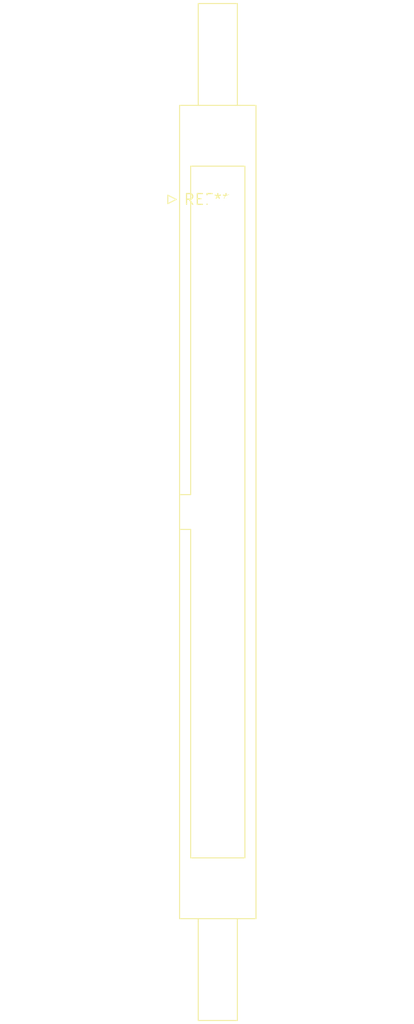
<source format=kicad_pcb>
(kicad_pcb (version 20240108) (generator pcbnew)
  (layers (0 "F.Cu" signal) (31 "B.Cu" signal) (34 "B.Paste" user) (35 "F.Paste" user) (36 "B.SilkS" user "B.Silkscreen") (37 "F.SilkS" user "F.Silkscreen") (38 "B.Mask" user) (39 "F.Mask" user) (44 "Edge.Cuts" user))
  (net 0 "")
  (footprint "IDC-Header_2x30_P2.54mm_Latch12.0mm_Vertical" (layer "F.Cu") (at 0 0)
    (property "Reference" "REF**")
    (property "Value" "IDC-Header_2x30_P2.54mm_Latch12.0mm_Vertical")
    (fp_line (start -4.63 -0.5) (end -4.63 0.5) (layer "F.SilkS") (stroke (width 0.12)))
    (fp_line (start -4.63 0.5) (end -3.63 0) (layer "F.SilkS") (stroke (width 0.12)))
    (fp_line (start -3.63 0) (end -4.63 -0.5) (layer "F.SilkS") (stroke (width 0.12)))
    (fp_line (start -3.24 -11.08) (end 5.78 -11.08) (layer "F.SilkS") (stroke (width 0.12)))
    (fp_line (start -3.24 34.78) (end -1.93 34.78) (layer "F.SilkS") (stroke (width 0.12)))
    (fp_line (start -3.24 84.74) (end -3.24 -11.08) (layer "F.SilkS") (stroke (width 0.12)))
    (fp_line (start -1.93 -3.92) (end 4.47 -3.92) (layer "F.SilkS") (stroke (width 0.12)))
    (fp_line (start -1.93 34.78) (end -1.93 -3.92) (layer "F.SilkS") (stroke (width 0.12)))
    (fp_line (start -1.93 38.88) (end -3.24 38.88) (layer "F.SilkS") (stroke (width 0.12)))
    (fp_line (start -1.93 38.88) (end -1.93 38.88) (layer "F.SilkS") (stroke (width 0.12)))
    (fp_line (start -1.93 77.58) (end -1.93 38.88) (layer "F.SilkS") (stroke (width 0.12)))
    (fp_line (start -1.04 -23.08) (end 3.58 -23.08) (layer "F.SilkS") (stroke (width 0.12)))
    (fp_line (start -1.04 -11.08) (end -1.04 -23.08) (layer "F.SilkS") (stroke (width 0.12)))
    (fp_line (start -1.04 84.74) (end -1.04 96.74) (layer "F.SilkS") (stroke (width 0.12)))
    (fp_line (start -1.04 96.74) (end 3.58 96.74) (layer "F.SilkS") (stroke (width 0.12)))
    (fp_line (start 3.58 -23.08) (end 3.58 -11.08) (layer "F.SilkS") (stroke (width 0.12)))
    (fp_line (start 3.58 96.74) (end 3.58 84.74) (layer "F.SilkS") (stroke (width 0.12)))
    (fp_line (start 4.47 -3.92) (end 4.47 77.58) (layer "F.SilkS") (stroke (width 0.12)))
    (fp_line (start 4.47 77.58) (end -1.93 77.58) (layer "F.SilkS") (stroke (width 0.12)))
    (fp_line (start 5.78 -11.08) (end 5.78 84.74) (layer "F.SilkS") (stroke (width 0.12)))
    (fp_line (start 5.78 84.74) (end -3.24 84.74) (layer "F.SilkS") (stroke (width 0.12)))
    (pad "1" thru_hole roundrect (at 0 0) (size 1.7 1.7) (drill 1) (layers *.Cu *.Mask) (remove_unused_layers) (roundrect_rratio 0.147059))
    (pad "2" thru_hole circle (at 2.54 0) (size 1.7 1.7) (drill 1) (layers *.Cu *.Mask) (remove_unused_layers))
    (pad "3" thru_hole circle (at 0 2.54) (size 1.7 1.7) (drill 1) (layers *.Cu *.Mask) (remove_unused_layers))
    (pad "4" thru_hole circle (at 2.54 2.54) (size 1.7 1.7) (drill 1) (layers *.Cu *.Mask) (remove_unused_layers))
    (pad "5" thru_hole circle (at 0 5.08) (size 1.7 1.7) (drill 1) (layers *.Cu *.Mask) (remove_unused_layers))
    (pad "6" thru_hole circle (at 2.54 5.08) (size 1.7 1.7) (drill 1) (layers *.Cu *.Mask) (remove_unused_layers))
    (pad "7" thru_hole circle (at 0 7.62) (size 1.7 1.7) (drill 1) (layers *.Cu *.Mask) (remove_unused_layers))
    (pad "8" thru_hole circle (at 2.54 7.62) (size 1.7 1.7) (drill 1) (layers *.Cu *.Mask) (remove_unused_layers))
    (pad "9" thru_hole circle (at 0 10.16) (size 1.7 1.7) (drill 1) (layers *.Cu *.Mask) (remove_unused_layers))
    (pad "10" thru_hole circle (at 2.54 10.16) (size 1.7 1.7) (drill 1) (layers *.Cu *.Mask) (remove_unused_layers))
    (pad "11" thru_hole circle (at 0 12.7) (size 1.7 1.7) (drill 1) (layers *.Cu *.Mask) (remove_unused_layers))
    (pad "12" thru_hole circle (at 2.54 12.7) (size 1.7 1.7) (drill 1) (layers *.Cu *.Mask) (remove_unused_layers))
    (pad "13" thru_hole circle (at 0 15.24) (size 1.7 1.7) (drill 1) (layers *.Cu *.Mask) (remove_unused_layers))
    (pad "14" thru_hole circle (at 2.54 15.24) (size 1.7 1.7) (drill 1) (layers *.Cu *.Mask) (remove_unused_layers))
    (pad "15" thru_hole circle (at 0 17.78) (size 1.7 1.7) (drill 1) (layers *.Cu *.Mask) (remove_unused_layers))
    (pad "16" thru_hole circle (at 2.54 17.78) (size 1.7 1.7) (drill 1) (layers *.Cu *.Mask) (remove_unused_layers))
    (pad "17" thru_hole circle (at 0 20.32) (size 1.7 1.7) (drill 1) (layers *.Cu *.Mask) (remove_unused_layers))
    (pad "18" thru_hole circle (at 2.54 20.32) (size 1.7 1.7) (drill 1) (layers *.Cu *.Mask) (remove_unused_layers))
    (pad "19" thru_hole circle (at 0 22.86) (size 1.7 1.7) (drill 1) (layers *.Cu *.Mask) (remove_unused_layers))
    (pad "20" thru_hole circle (at 2.54 22.86) (size 1.7 1.7) (drill 1) (layers *.Cu *.Mask) (remove_unused_layers))
    (pad "21" thru_hole circle (at 0 25.4) (size 1.7 1.7) (drill 1) (layers *.Cu *.Mask) (remove_unused_layers))
    (pad "22" thru_hole circle (at 2.54 25.4) (size 1.7 1.7) (drill 1) (layers *.Cu *.Mask) (remove_unused_layers))
    (pad "23" thru_hole circle (at 0 27.94) (size 1.7 1.7) (drill 1) (layers *.Cu *.Mask) (remove_unused_layers))
    (pad "24" thru_hole circle (at 2.54 27.94) (size 1.7 1.7) (drill 1) (layers *.Cu *.Mask) (remove_unused_layers))
    (pad "25" thru_hole circle (at 0 30.48) (size 1.7 1.7) (drill 1) (layers *.Cu *.Mask) (remove_unused_layers))
    (pad "26" thru_hole circle (at 2.54 30.48) (size 1.7 1.7) (drill 1) (layers *.Cu *.Mask) (remove_unused_layers))
    (pad "27" thru_hole circle (at 0 33.02) (size 1.7 1.7) (drill 1) (layers *.Cu *.Mask) (remove_unused_layers))
    (pad "28" thru_hole circle (at 2.54 33.02) (size 1.7 1.7) (drill 1) (layers *.Cu *.Mask) (remove_unused_layers))
    (pad "29" thru_hole circle (at 0 35.56) (size 1.7 1.7) (drill 1) (layers *.Cu *.Mask) (remove_unused_layers))
    (pad "30" thru_hole circle (at 2.54 35.56) (size 1.7 1.7) (drill 1) (layers *.Cu *.Mask) (remove_unused_layers))
    (pad "31" thru_hole circle (at 0 38.1) (size 1.7 1.7) (drill 1) (layers *.Cu *.Mask) (remove_unused_layers))
    (pad "32" thru_hole circle (at 2.54 38.1) (size 1.7 1.7) (drill 1) (layers *.Cu *.Mask) (remove_unused_layers))
    (pad "33" thru_hole circle (at 0 40.64) (size 1.7 1.7) (drill 1) (layers *.Cu *.Mask) (remove_unused_layers))
    (pad "34" thru_hole circle (at 2.54 40.64) (size 1.7 1.7) (drill 1) (layers *.Cu *.Mask) (remove_unused_layers))
    (pad "35" thru_hole circle (at 0 43.18) (size 1.7 1.7) (drill 1) (layers *.Cu *.Mask) (remove_unused_layers))
    (pad "36" thru_hole circle (at 2.54 43.18) (size 1.7 1.7) (drill 1) (layers *.Cu *.Mask) (remove_unused_layers))
    (pad "37" thru_hole circle (at 0 45.72) (size 1.7 1.7) (drill 1) (layers *.Cu *.Mask) (remove_unused_layers))
    (pad "38" thru_hole circle (at 2.54 45.72) (size 1.7 1.7) (drill 1) (layers *.Cu *.Mask) (remove_unused_layers))
    (pad "39" thru_hole circle (at 0 48.26) (size 1.7 1.7) (drill 1) (layers *.Cu *.Mask) (remove_unused_layers))
    (pad "40" thru_hole circle (at 2.54 48.26) (size 1.7 1.7) (drill 1) (layers *.Cu *.Mask) (remove_unused_layers))
    (pad "41" thru_hole circle (at 0 50.8) (size 1.7 1.7) (drill 1) (layers *.Cu *.Mask) (remove_unused_layers))
    (pad "42" thru_hole circle (at 2.54 50.8) (size 1.7 1.7) (drill 1) (layers *.Cu *.Mask) (remove_unused_layers))
    (pad "43" thru_hole circle (at 0 53.34) (size 1.7 1.7) (drill 1) (layers *.Cu *.Mask) (remove_unused_layers))
    (pad "44" thru_hole circle (at 2.54 53.34) (size 1.7 1.7) (drill 1) (layers *.Cu *.Mask) (remove_unused_layers))
    (pad "45" thru_hole circle (at 0 55.88) (size 1.7 1.7) (drill 1) (layers *.Cu *.Mask) (remove_unused_layers))
    (pad "46" thru_hole circle (at 2.54 55.88) (size 1.7 1.7) (drill 1) (layers *.Cu *.Mask) (remove_unused_layers))
    (pad "47" thru_hole circle (at 0 58.42) (size 1.7 1.7) (drill 1) (layers *.Cu *.Mask) (remove_unused_layers))
    (pad "48" thru_hole circle (at 2.54 58.42) (size 1.7 1.7) (drill 1) (layers *.Cu *.Mask) (remove_unused_layers))
    (pad "49" thru_hole circle (at 0 60.96) (size 1.7 1.7) (drill 1) (layers *.Cu *.Mask) (remove_unused_layers))
    (pad "50" thru_hole circle (at 2.54 60.96) (size 1.7 1.7) (drill 1) (layers *.Cu *.Mask) (remove_unused_layers))
    (pad "51" thru_hole circle (at 0 63.5) (size 1.7 1.7) (drill 1) (layers *.Cu *.Mask) (remove_unused_layers))
    (pad "52" thru_hole circle (at 2.54 63.5) (size 1.7 1.7) (drill 1) (layers *.Cu *.Mask) (remove_unused_layers))
    (pad "53" thru_hole circle (at 0 66.04) (size 1.7 1.7) (drill 1) (layers *.Cu *.Mask) (remove_unused_layers))
    (pad "54" thru_hole circle (at 2.54 66.04) (size 1.7 1.7) (drill 1) (layers *.Cu *.Mask) (remove_unused_layers))
    (pad "55" thru_hole circle (at 0 68.58) (size 1.7 1.7) (drill 1) (layers *.Cu *.Mask) (remove_unused_layers))
    (pad "56" thru_hole circle (at 2.54 68.58) (size 1.7 1.7) (drill 1) (layers *.Cu *.Mask) (remove_unused_layers))
    (pad "57" thru_hole circle (at 0 71.12) (size 1.7 1.7) (drill 1) (layers *.Cu *.Mask) (remove_unused_layers))
    (pad "58" thru_hole circle (at 2.54 71.12) (size 1.7 1.7) (drill 1) (layers *.Cu *.Mask) (remove_unused_layers))
    (pad "59" thru_hole circle (at 0 73.66) (size 1.7 1.7) (drill 1) (layers *.Cu *.Mask) (remove_unused_layers))
    (pad "60" thru_hole circle (at 2.54 73.66) (size 1.7 1.7) (drill 1) (layers *.Cu *.Mask) (remove_unused_layers))
  )
)
</source>
